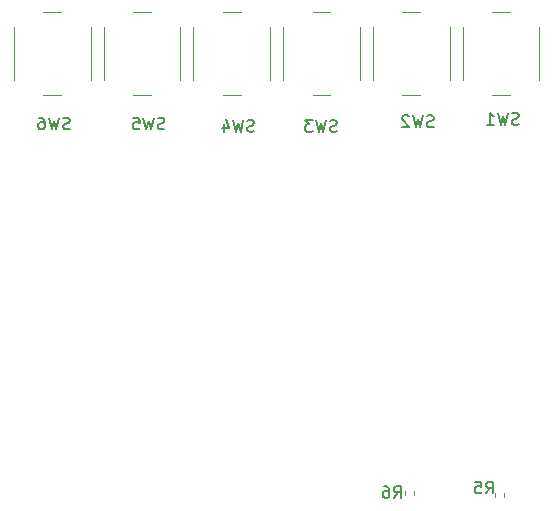
<source format=gbr>
%TF.GenerationSoftware,KiCad,Pcbnew,8.0.2*%
%TF.CreationDate,2024-06-07T02:59:58+03:00*%
%TF.ProjectId,FARA_KEYBOARD,46415241-5f4b-4455-9942-4f4152442e6b,rev?*%
%TF.SameCoordinates,Original*%
%TF.FileFunction,Legend,Bot*%
%TF.FilePolarity,Positive*%
%FSLAX46Y46*%
G04 Gerber Fmt 4.6, Leading zero omitted, Abs format (unit mm)*
G04 Created by KiCad (PCBNEW 8.0.2) date 2024-06-07 02:59:58*
%MOMM*%
%LPD*%
G01*
G04 APERTURE LIST*
%ADD10C,0.150000*%
%ADD11C,0.120000*%
G04 APERTURE END LIST*
D10*
X63206016Y-92207200D02*
X63063159Y-92254819D01*
X63063159Y-92254819D02*
X62825064Y-92254819D01*
X62825064Y-92254819D02*
X62729826Y-92207200D01*
X62729826Y-92207200D02*
X62682207Y-92159580D01*
X62682207Y-92159580D02*
X62634588Y-92064342D01*
X62634588Y-92064342D02*
X62634588Y-91969104D01*
X62634588Y-91969104D02*
X62682207Y-91873866D01*
X62682207Y-91873866D02*
X62729826Y-91826247D01*
X62729826Y-91826247D02*
X62825064Y-91778628D01*
X62825064Y-91778628D02*
X63015540Y-91731009D01*
X63015540Y-91731009D02*
X63110778Y-91683390D01*
X63110778Y-91683390D02*
X63158397Y-91635771D01*
X63158397Y-91635771D02*
X63206016Y-91540533D01*
X63206016Y-91540533D02*
X63206016Y-91445295D01*
X63206016Y-91445295D02*
X63158397Y-91350057D01*
X63158397Y-91350057D02*
X63110778Y-91302438D01*
X63110778Y-91302438D02*
X63015540Y-91254819D01*
X63015540Y-91254819D02*
X62777445Y-91254819D01*
X62777445Y-91254819D02*
X62634588Y-91302438D01*
X62301254Y-91254819D02*
X62063159Y-92254819D01*
X62063159Y-92254819D02*
X61872683Y-91540533D01*
X61872683Y-91540533D02*
X61682207Y-92254819D01*
X61682207Y-92254819D02*
X61444112Y-91254819D01*
X60634588Y-91588152D02*
X60634588Y-92254819D01*
X60872683Y-91207200D02*
X61110778Y-91921485D01*
X61110778Y-91921485D02*
X60491731Y-91921485D01*
X85606016Y-91607200D02*
X85463159Y-91654819D01*
X85463159Y-91654819D02*
X85225064Y-91654819D01*
X85225064Y-91654819D02*
X85129826Y-91607200D01*
X85129826Y-91607200D02*
X85082207Y-91559580D01*
X85082207Y-91559580D02*
X85034588Y-91464342D01*
X85034588Y-91464342D02*
X85034588Y-91369104D01*
X85034588Y-91369104D02*
X85082207Y-91273866D01*
X85082207Y-91273866D02*
X85129826Y-91226247D01*
X85129826Y-91226247D02*
X85225064Y-91178628D01*
X85225064Y-91178628D02*
X85415540Y-91131009D01*
X85415540Y-91131009D02*
X85510778Y-91083390D01*
X85510778Y-91083390D02*
X85558397Y-91035771D01*
X85558397Y-91035771D02*
X85606016Y-90940533D01*
X85606016Y-90940533D02*
X85606016Y-90845295D01*
X85606016Y-90845295D02*
X85558397Y-90750057D01*
X85558397Y-90750057D02*
X85510778Y-90702438D01*
X85510778Y-90702438D02*
X85415540Y-90654819D01*
X85415540Y-90654819D02*
X85177445Y-90654819D01*
X85177445Y-90654819D02*
X85034588Y-90702438D01*
X84701254Y-90654819D02*
X84463159Y-91654819D01*
X84463159Y-91654819D02*
X84272683Y-90940533D01*
X84272683Y-90940533D02*
X84082207Y-91654819D01*
X84082207Y-91654819D02*
X83844112Y-90654819D01*
X82939350Y-91654819D02*
X83510778Y-91654819D01*
X83225064Y-91654819D02*
X83225064Y-90654819D01*
X83225064Y-90654819D02*
X83320302Y-90797676D01*
X83320302Y-90797676D02*
X83415540Y-90892914D01*
X83415540Y-90892914D02*
X83510778Y-90940533D01*
X75039350Y-123254819D02*
X75372683Y-122778628D01*
X75610778Y-123254819D02*
X75610778Y-122254819D01*
X75610778Y-122254819D02*
X75229826Y-122254819D01*
X75229826Y-122254819D02*
X75134588Y-122302438D01*
X75134588Y-122302438D02*
X75086969Y-122350057D01*
X75086969Y-122350057D02*
X75039350Y-122445295D01*
X75039350Y-122445295D02*
X75039350Y-122588152D01*
X75039350Y-122588152D02*
X75086969Y-122683390D01*
X75086969Y-122683390D02*
X75134588Y-122731009D01*
X75134588Y-122731009D02*
X75229826Y-122778628D01*
X75229826Y-122778628D02*
X75610778Y-122778628D01*
X74182207Y-122254819D02*
X74372683Y-122254819D01*
X74372683Y-122254819D02*
X74467921Y-122302438D01*
X74467921Y-122302438D02*
X74515540Y-122350057D01*
X74515540Y-122350057D02*
X74610778Y-122492914D01*
X74610778Y-122492914D02*
X74658397Y-122683390D01*
X74658397Y-122683390D02*
X74658397Y-123064342D01*
X74658397Y-123064342D02*
X74610778Y-123159580D01*
X74610778Y-123159580D02*
X74563159Y-123207200D01*
X74563159Y-123207200D02*
X74467921Y-123254819D01*
X74467921Y-123254819D02*
X74277445Y-123254819D01*
X74277445Y-123254819D02*
X74182207Y-123207200D01*
X74182207Y-123207200D02*
X74134588Y-123159580D01*
X74134588Y-123159580D02*
X74086969Y-123064342D01*
X74086969Y-123064342D02*
X74086969Y-122826247D01*
X74086969Y-122826247D02*
X74134588Y-122731009D01*
X74134588Y-122731009D02*
X74182207Y-122683390D01*
X74182207Y-122683390D02*
X74277445Y-122635771D01*
X74277445Y-122635771D02*
X74467921Y-122635771D01*
X74467921Y-122635771D02*
X74563159Y-122683390D01*
X74563159Y-122683390D02*
X74610778Y-122731009D01*
X74610778Y-122731009D02*
X74658397Y-122826247D01*
X55606016Y-92007200D02*
X55463159Y-92054819D01*
X55463159Y-92054819D02*
X55225064Y-92054819D01*
X55225064Y-92054819D02*
X55129826Y-92007200D01*
X55129826Y-92007200D02*
X55082207Y-91959580D01*
X55082207Y-91959580D02*
X55034588Y-91864342D01*
X55034588Y-91864342D02*
X55034588Y-91769104D01*
X55034588Y-91769104D02*
X55082207Y-91673866D01*
X55082207Y-91673866D02*
X55129826Y-91626247D01*
X55129826Y-91626247D02*
X55225064Y-91578628D01*
X55225064Y-91578628D02*
X55415540Y-91531009D01*
X55415540Y-91531009D02*
X55510778Y-91483390D01*
X55510778Y-91483390D02*
X55558397Y-91435771D01*
X55558397Y-91435771D02*
X55606016Y-91340533D01*
X55606016Y-91340533D02*
X55606016Y-91245295D01*
X55606016Y-91245295D02*
X55558397Y-91150057D01*
X55558397Y-91150057D02*
X55510778Y-91102438D01*
X55510778Y-91102438D02*
X55415540Y-91054819D01*
X55415540Y-91054819D02*
X55177445Y-91054819D01*
X55177445Y-91054819D02*
X55034588Y-91102438D01*
X54701254Y-91054819D02*
X54463159Y-92054819D01*
X54463159Y-92054819D02*
X54272683Y-91340533D01*
X54272683Y-91340533D02*
X54082207Y-92054819D01*
X54082207Y-92054819D02*
X53844112Y-91054819D01*
X52986969Y-91054819D02*
X53463159Y-91054819D01*
X53463159Y-91054819D02*
X53510778Y-91531009D01*
X53510778Y-91531009D02*
X53463159Y-91483390D01*
X53463159Y-91483390D02*
X53367921Y-91435771D01*
X53367921Y-91435771D02*
X53129826Y-91435771D01*
X53129826Y-91435771D02*
X53034588Y-91483390D01*
X53034588Y-91483390D02*
X52986969Y-91531009D01*
X52986969Y-91531009D02*
X52939350Y-91626247D01*
X52939350Y-91626247D02*
X52939350Y-91864342D01*
X52939350Y-91864342D02*
X52986969Y-91959580D01*
X52986969Y-91959580D02*
X53034588Y-92007200D01*
X53034588Y-92007200D02*
X53129826Y-92054819D01*
X53129826Y-92054819D02*
X53367921Y-92054819D01*
X53367921Y-92054819D02*
X53463159Y-92007200D01*
X53463159Y-92007200D02*
X53510778Y-91959580D01*
X82839350Y-122874819D02*
X83172683Y-122398628D01*
X83410778Y-122874819D02*
X83410778Y-121874819D01*
X83410778Y-121874819D02*
X83029826Y-121874819D01*
X83029826Y-121874819D02*
X82934588Y-121922438D01*
X82934588Y-121922438D02*
X82886969Y-121970057D01*
X82886969Y-121970057D02*
X82839350Y-122065295D01*
X82839350Y-122065295D02*
X82839350Y-122208152D01*
X82839350Y-122208152D02*
X82886969Y-122303390D01*
X82886969Y-122303390D02*
X82934588Y-122351009D01*
X82934588Y-122351009D02*
X83029826Y-122398628D01*
X83029826Y-122398628D02*
X83410778Y-122398628D01*
X81934588Y-121874819D02*
X82410778Y-121874819D01*
X82410778Y-121874819D02*
X82458397Y-122351009D01*
X82458397Y-122351009D02*
X82410778Y-122303390D01*
X82410778Y-122303390D02*
X82315540Y-122255771D01*
X82315540Y-122255771D02*
X82077445Y-122255771D01*
X82077445Y-122255771D02*
X81982207Y-122303390D01*
X81982207Y-122303390D02*
X81934588Y-122351009D01*
X81934588Y-122351009D02*
X81886969Y-122446247D01*
X81886969Y-122446247D02*
X81886969Y-122684342D01*
X81886969Y-122684342D02*
X81934588Y-122779580D01*
X81934588Y-122779580D02*
X81982207Y-122827200D01*
X81982207Y-122827200D02*
X82077445Y-122874819D01*
X82077445Y-122874819D02*
X82315540Y-122874819D01*
X82315540Y-122874819D02*
X82410778Y-122827200D01*
X82410778Y-122827200D02*
X82458397Y-122779580D01*
X47606016Y-92007200D02*
X47463159Y-92054819D01*
X47463159Y-92054819D02*
X47225064Y-92054819D01*
X47225064Y-92054819D02*
X47129826Y-92007200D01*
X47129826Y-92007200D02*
X47082207Y-91959580D01*
X47082207Y-91959580D02*
X47034588Y-91864342D01*
X47034588Y-91864342D02*
X47034588Y-91769104D01*
X47034588Y-91769104D02*
X47082207Y-91673866D01*
X47082207Y-91673866D02*
X47129826Y-91626247D01*
X47129826Y-91626247D02*
X47225064Y-91578628D01*
X47225064Y-91578628D02*
X47415540Y-91531009D01*
X47415540Y-91531009D02*
X47510778Y-91483390D01*
X47510778Y-91483390D02*
X47558397Y-91435771D01*
X47558397Y-91435771D02*
X47606016Y-91340533D01*
X47606016Y-91340533D02*
X47606016Y-91245295D01*
X47606016Y-91245295D02*
X47558397Y-91150057D01*
X47558397Y-91150057D02*
X47510778Y-91102438D01*
X47510778Y-91102438D02*
X47415540Y-91054819D01*
X47415540Y-91054819D02*
X47177445Y-91054819D01*
X47177445Y-91054819D02*
X47034588Y-91102438D01*
X46701254Y-91054819D02*
X46463159Y-92054819D01*
X46463159Y-92054819D02*
X46272683Y-91340533D01*
X46272683Y-91340533D02*
X46082207Y-92054819D01*
X46082207Y-92054819D02*
X45844112Y-91054819D01*
X45034588Y-91054819D02*
X45225064Y-91054819D01*
X45225064Y-91054819D02*
X45320302Y-91102438D01*
X45320302Y-91102438D02*
X45367921Y-91150057D01*
X45367921Y-91150057D02*
X45463159Y-91292914D01*
X45463159Y-91292914D02*
X45510778Y-91483390D01*
X45510778Y-91483390D02*
X45510778Y-91864342D01*
X45510778Y-91864342D02*
X45463159Y-91959580D01*
X45463159Y-91959580D02*
X45415540Y-92007200D01*
X45415540Y-92007200D02*
X45320302Y-92054819D01*
X45320302Y-92054819D02*
X45129826Y-92054819D01*
X45129826Y-92054819D02*
X45034588Y-92007200D01*
X45034588Y-92007200D02*
X44986969Y-91959580D01*
X44986969Y-91959580D02*
X44939350Y-91864342D01*
X44939350Y-91864342D02*
X44939350Y-91626247D01*
X44939350Y-91626247D02*
X44986969Y-91531009D01*
X44986969Y-91531009D02*
X45034588Y-91483390D01*
X45034588Y-91483390D02*
X45129826Y-91435771D01*
X45129826Y-91435771D02*
X45320302Y-91435771D01*
X45320302Y-91435771D02*
X45415540Y-91483390D01*
X45415540Y-91483390D02*
X45463159Y-91531009D01*
X45463159Y-91531009D02*
X45510778Y-91626247D01*
X70206016Y-92207200D02*
X70063159Y-92254819D01*
X70063159Y-92254819D02*
X69825064Y-92254819D01*
X69825064Y-92254819D02*
X69729826Y-92207200D01*
X69729826Y-92207200D02*
X69682207Y-92159580D01*
X69682207Y-92159580D02*
X69634588Y-92064342D01*
X69634588Y-92064342D02*
X69634588Y-91969104D01*
X69634588Y-91969104D02*
X69682207Y-91873866D01*
X69682207Y-91873866D02*
X69729826Y-91826247D01*
X69729826Y-91826247D02*
X69825064Y-91778628D01*
X69825064Y-91778628D02*
X70015540Y-91731009D01*
X70015540Y-91731009D02*
X70110778Y-91683390D01*
X70110778Y-91683390D02*
X70158397Y-91635771D01*
X70158397Y-91635771D02*
X70206016Y-91540533D01*
X70206016Y-91540533D02*
X70206016Y-91445295D01*
X70206016Y-91445295D02*
X70158397Y-91350057D01*
X70158397Y-91350057D02*
X70110778Y-91302438D01*
X70110778Y-91302438D02*
X70015540Y-91254819D01*
X70015540Y-91254819D02*
X69777445Y-91254819D01*
X69777445Y-91254819D02*
X69634588Y-91302438D01*
X69301254Y-91254819D02*
X69063159Y-92254819D01*
X69063159Y-92254819D02*
X68872683Y-91540533D01*
X68872683Y-91540533D02*
X68682207Y-92254819D01*
X68682207Y-92254819D02*
X68444112Y-91254819D01*
X68158397Y-91254819D02*
X67539350Y-91254819D01*
X67539350Y-91254819D02*
X67872683Y-91635771D01*
X67872683Y-91635771D02*
X67729826Y-91635771D01*
X67729826Y-91635771D02*
X67634588Y-91683390D01*
X67634588Y-91683390D02*
X67586969Y-91731009D01*
X67586969Y-91731009D02*
X67539350Y-91826247D01*
X67539350Y-91826247D02*
X67539350Y-92064342D01*
X67539350Y-92064342D02*
X67586969Y-92159580D01*
X67586969Y-92159580D02*
X67634588Y-92207200D01*
X67634588Y-92207200D02*
X67729826Y-92254819D01*
X67729826Y-92254819D02*
X68015540Y-92254819D01*
X68015540Y-92254819D02*
X68110778Y-92207200D01*
X68110778Y-92207200D02*
X68158397Y-92159580D01*
X78406016Y-91807200D02*
X78263159Y-91854819D01*
X78263159Y-91854819D02*
X78025064Y-91854819D01*
X78025064Y-91854819D02*
X77929826Y-91807200D01*
X77929826Y-91807200D02*
X77882207Y-91759580D01*
X77882207Y-91759580D02*
X77834588Y-91664342D01*
X77834588Y-91664342D02*
X77834588Y-91569104D01*
X77834588Y-91569104D02*
X77882207Y-91473866D01*
X77882207Y-91473866D02*
X77929826Y-91426247D01*
X77929826Y-91426247D02*
X78025064Y-91378628D01*
X78025064Y-91378628D02*
X78215540Y-91331009D01*
X78215540Y-91331009D02*
X78310778Y-91283390D01*
X78310778Y-91283390D02*
X78358397Y-91235771D01*
X78358397Y-91235771D02*
X78406016Y-91140533D01*
X78406016Y-91140533D02*
X78406016Y-91045295D01*
X78406016Y-91045295D02*
X78358397Y-90950057D01*
X78358397Y-90950057D02*
X78310778Y-90902438D01*
X78310778Y-90902438D02*
X78215540Y-90854819D01*
X78215540Y-90854819D02*
X77977445Y-90854819D01*
X77977445Y-90854819D02*
X77834588Y-90902438D01*
X77501254Y-90854819D02*
X77263159Y-91854819D01*
X77263159Y-91854819D02*
X77072683Y-91140533D01*
X77072683Y-91140533D02*
X76882207Y-91854819D01*
X76882207Y-91854819D02*
X76644112Y-90854819D01*
X76310778Y-90950057D02*
X76263159Y-90902438D01*
X76263159Y-90902438D02*
X76167921Y-90854819D01*
X76167921Y-90854819D02*
X75929826Y-90854819D01*
X75929826Y-90854819D02*
X75834588Y-90902438D01*
X75834588Y-90902438D02*
X75786969Y-90950057D01*
X75786969Y-90950057D02*
X75739350Y-91045295D01*
X75739350Y-91045295D02*
X75739350Y-91140533D01*
X75739350Y-91140533D02*
X75786969Y-91283390D01*
X75786969Y-91283390D02*
X76358397Y-91854819D01*
X76358397Y-91854819D02*
X75739350Y-91854819D01*
D11*
%TO.C,SW4*%
X58072684Y-83400000D02*
X58072684Y-87900000D01*
X62072684Y-82150000D02*
X60572684Y-82150000D01*
X60572684Y-89150000D02*
X62072684Y-89150000D01*
X64572684Y-87900000D02*
X64572684Y-83400000D01*
%TO.C,SW1*%
X80872684Y-83400000D02*
X80872684Y-87900000D01*
X84872684Y-82150000D02*
X83372684Y-82150000D01*
X83372684Y-89150000D02*
X84872684Y-89150000D01*
X87372684Y-87900000D02*
X87372684Y-83400000D01*
%TO.C,R6*%
X76012684Y-122967621D02*
X76012684Y-122632379D01*
X76772684Y-122967621D02*
X76772684Y-122632379D01*
%TO.C,SW5*%
X50472684Y-83400000D02*
X50472684Y-87900000D01*
X54472684Y-82150000D02*
X52972684Y-82150000D01*
X52972684Y-89150000D02*
X54472684Y-89150000D01*
X56972684Y-87900000D02*
X56972684Y-83400000D01*
%TO.C,R5*%
X83612684Y-123167621D02*
X83612684Y-122832379D01*
X84372684Y-123167621D02*
X84372684Y-122832379D01*
%TO.C,SW6*%
X42872684Y-83400000D02*
X42872684Y-87900000D01*
X46872684Y-82150000D02*
X45372684Y-82150000D01*
X45372684Y-89150000D02*
X46872684Y-89150000D01*
X49372684Y-87900000D02*
X49372684Y-83400000D01*
%TO.C,SW3*%
X65672684Y-83400000D02*
X65672684Y-87900000D01*
X69672684Y-82150000D02*
X68172684Y-82150000D01*
X68172684Y-89150000D02*
X69672684Y-89150000D01*
X72172684Y-87900000D02*
X72172684Y-83400000D01*
%TO.C,SW2*%
X73272684Y-83400000D02*
X73272684Y-87900000D01*
X77272684Y-82150000D02*
X75772684Y-82150000D01*
X75772684Y-89150000D02*
X77272684Y-89150000D01*
X79772684Y-87900000D02*
X79772684Y-83400000D01*
%TD*%
M02*

</source>
